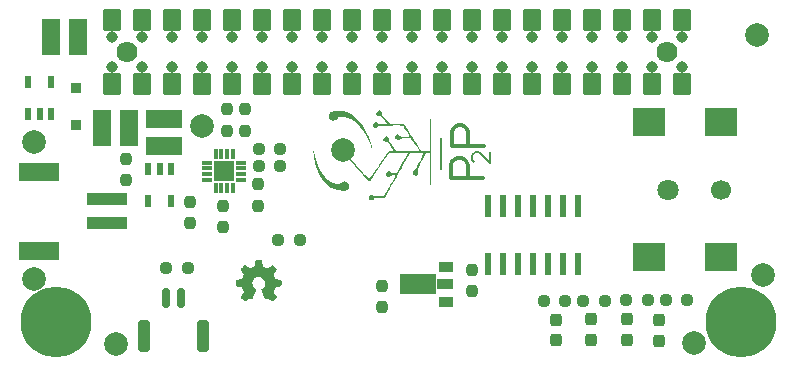
<source format=gbr>
%TF.GenerationSoftware,KiCad,Pcbnew,8.0.2*%
%TF.CreationDate,2024-05-13T09:46:36+08:00*%
%TF.ProjectId,Photon_Power_Zero_PCB_r1_01,50686f74-6f6e-45f5-906f-7765725f5a65,rev?*%
%TF.SameCoordinates,Original*%
%TF.FileFunction,Soldermask,Top*%
%TF.FilePolarity,Negative*%
%FSLAX46Y46*%
G04 Gerber Fmt 4.6, Leading zero omitted, Abs format (unit mm)*
G04 Created by KiCad (PCBNEW 8.0.2) date 2024-05-13 09:46:36*
%MOMM*%
%LPD*%
G01*
G04 APERTURE LIST*
G04 Aperture macros list*
%AMRoundRect*
0 Rectangle with rounded corners*
0 $1 Rounding radius*
0 $2 $3 $4 $5 $6 $7 $8 $9 X,Y pos of 4 corners*
0 Add a 4 corners polygon primitive as box body*
4,1,4,$2,$3,$4,$5,$6,$7,$8,$9,$2,$3,0*
0 Add four circle primitives for the rounded corners*
1,1,$1+$1,$2,$3*
1,1,$1+$1,$4,$5*
1,1,$1+$1,$6,$7*
1,1,$1+$1,$8,$9*
0 Add four rect primitives between the rounded corners*
20,1,$1+$1,$2,$3,$4,$5,0*
20,1,$1+$1,$4,$5,$6,$7,0*
20,1,$1+$1,$6,$7,$8,$9,0*
20,1,$1+$1,$8,$9,$2,$3,0*%
G04 Aperture macros list end*
%ADD10C,0.300000*%
%ADD11C,0.200000*%
%ADD12C,0.000000*%
%ADD13RoundRect,0.237500X0.237500X-0.250000X0.237500X0.250000X-0.237500X0.250000X-0.237500X-0.250000X0*%
%ADD14C,2.000000*%
%ADD15R,0.558800X1.981200*%
%ADD16RoundRect,0.237500X-0.237500X0.287500X-0.237500X-0.287500X0.237500X-0.287500X0.237500X0.287500X0*%
%ADD17RoundRect,0.237500X-0.250000X-0.237500X0.250000X-0.237500X0.250000X0.237500X-0.250000X0.237500X0*%
%ADD18R,0.550000X1.000000*%
%ADD19C,1.700000*%
%ADD20C,1.800000*%
%ADD21R,2.800000X2.400000*%
%ADD22C,6.000000*%
%ADD23C,0.970000*%
%ADD24C,1.780000*%
%ADD25RoundRect,0.102000X0.635000X0.840000X-0.635000X0.840000X-0.635000X-0.840000X0.635000X-0.840000X0*%
%ADD26R,1.520000X3.050000*%
%ADD27R,3.500000X1.000000*%
%ADD28R,3.400000X1.500000*%
%ADD29R,3.050000X1.520000*%
%ADD30RoundRect,0.237500X0.250000X0.237500X-0.250000X0.237500X-0.250000X-0.237500X0.250000X-0.237500X0*%
%ADD31R,0.950000X0.900000*%
%ADD32R,1.300000X0.900000*%
%ADD33R,1.475000X0.900000*%
%ADD34R,3.125000X1.733000*%
%ADD35RoundRect,0.007800X-0.122200X0.422200X-0.122200X-0.422200X0.122200X-0.422200X0.122200X0.422200X0*%
%ADD36RoundRect,0.007800X0.422200X0.122200X-0.422200X0.122200X-0.422200X-0.122200X0.422200X-0.122200X0*%
%ADD37R,1.680000X1.680000*%
%ADD38RoundRect,0.150000X-0.150000X-0.700000X0.150000X-0.700000X0.150000X0.700000X-0.150000X0.700000X0*%
%ADD39RoundRect,0.250000X-0.250000X-1.100000X0.250000X-1.100000X0.250000X1.100000X-0.250000X1.100000X0*%
G04 APERTURE END LIST*
D10*
X171073971Y-88038346D02*
X168373971Y-88038346D01*
X168373971Y-88038346D02*
X168373971Y-86895489D01*
X168373971Y-86895489D02*
X168502542Y-86609774D01*
X168502542Y-86609774D02*
X168631114Y-86466917D01*
X168631114Y-86466917D02*
X168888257Y-86324060D01*
X168888257Y-86324060D02*
X169273971Y-86324060D01*
X169273971Y-86324060D02*
X169531114Y-86466917D01*
X169531114Y-86466917D02*
X169659685Y-86609774D01*
X169659685Y-86609774D02*
X169788257Y-86895489D01*
X169788257Y-86895489D02*
X169788257Y-88038346D01*
X171013971Y-90788346D02*
X168313971Y-90788346D01*
X168313971Y-90788346D02*
X168313971Y-89645489D01*
X168313971Y-89645489D02*
X168442542Y-89359774D01*
X168442542Y-89359774D02*
X168571114Y-89216917D01*
X168571114Y-89216917D02*
X168828257Y-89074060D01*
X168828257Y-89074060D02*
X169213971Y-89074060D01*
X169213971Y-89074060D02*
X169471114Y-89216917D01*
X169471114Y-89216917D02*
X169599685Y-89359774D01*
X169599685Y-89359774D02*
X169728257Y-89645489D01*
X169728257Y-89645489D02*
X169728257Y-90788346D01*
D11*
X170278885Y-89442707D02*
X170207457Y-89371279D01*
X170207457Y-89371279D02*
X170136028Y-89228422D01*
X170136028Y-89228422D02*
X170136028Y-88871279D01*
X170136028Y-88871279D02*
X170207457Y-88728422D01*
X170207457Y-88728422D02*
X170278885Y-88656993D01*
X170278885Y-88656993D02*
X170421742Y-88585564D01*
X170421742Y-88585564D02*
X170564600Y-88585564D01*
X170564600Y-88585564D02*
X170778885Y-88656993D01*
X170778885Y-88656993D02*
X171636028Y-89514136D01*
X171636028Y-89514136D02*
X171636028Y-88585564D01*
D12*
%TO.C,G\u002A\u002A\u002A*%
G36*
X152121113Y-97735578D02*
G01*
X152181984Y-97735830D01*
X152227261Y-97736511D01*
X152259404Y-97737835D01*
X152280873Y-97740015D01*
X152294131Y-97743266D01*
X152301638Y-97747800D01*
X152305855Y-97753833D01*
X152307983Y-97758623D01*
X152312585Y-97775128D01*
X152320106Y-97808614D01*
X152329887Y-97855858D01*
X152341271Y-97913637D01*
X152353600Y-97978729D01*
X152359747Y-98012102D01*
X152372179Y-98078955D01*
X152383874Y-98139473D01*
X152394203Y-98190583D01*
X152402535Y-98229208D01*
X152408240Y-98252274D01*
X152409935Y-98257056D01*
X152421240Y-98264813D01*
X152447933Y-98278525D01*
X152486321Y-98296610D01*
X152532711Y-98317482D01*
X152583409Y-98339559D01*
X152634722Y-98361258D01*
X152682957Y-98380993D01*
X152724420Y-98397183D01*
X152755419Y-98408242D01*
X152772259Y-98412589D01*
X152772704Y-98412601D01*
X152784392Y-98407004D01*
X152810468Y-98391270D01*
X152848483Y-98366984D01*
X152895987Y-98335731D01*
X152950528Y-98299097D01*
X152994668Y-98268983D01*
X153052798Y-98229368D01*
X153105630Y-98193939D01*
X153150737Y-98164276D01*
X153185688Y-98141964D01*
X153208055Y-98128585D01*
X153215125Y-98125364D01*
X153226135Y-98132437D01*
X153248756Y-98152019D01*
X153280563Y-98181653D01*
X153319130Y-98218884D01*
X153362032Y-98261255D01*
X153406844Y-98306310D01*
X153451141Y-98351594D01*
X153492499Y-98394649D01*
X153528491Y-98433021D01*
X153556693Y-98464252D01*
X153574680Y-98485887D01*
X153580132Y-98495039D01*
X153575427Y-98508066D01*
X153561011Y-98533869D01*
X153536434Y-98573137D01*
X153501246Y-98626564D01*
X153454996Y-98694839D01*
X153397236Y-98778655D01*
X153368740Y-98819657D01*
X153342293Y-98858927D01*
X153320950Y-98893089D01*
X153307144Y-98918083D01*
X153303153Y-98929019D01*
X153307033Y-98942077D01*
X153317642Y-98970244D01*
X153333433Y-99009858D01*
X153352860Y-99057252D01*
X153374375Y-99108764D01*
X153396432Y-99160729D01*
X153417484Y-99209483D01*
X153435985Y-99251361D01*
X153450387Y-99282700D01*
X153459145Y-99299836D01*
X153460466Y-99301686D01*
X153471643Y-99305000D01*
X153500134Y-99311422D01*
X153543072Y-99320365D01*
X153597592Y-99331240D01*
X153660825Y-99343460D01*
X153703562Y-99351531D01*
X153771424Y-99364351D01*
X153832962Y-99376196D01*
X153885168Y-99386468D01*
X153925031Y-99394571D01*
X153949543Y-99399907D01*
X153955640Y-99401537D01*
X153960146Y-99406540D01*
X153963638Y-99419116D01*
X153966231Y-99441437D01*
X153968043Y-99475670D01*
X153969190Y-99523987D01*
X153969788Y-99588556D01*
X153969954Y-99668252D01*
X153969859Y-99748495D01*
X153969466Y-99810592D01*
X153968616Y-99856914D01*
X153967150Y-99889829D01*
X153964907Y-99911709D01*
X153961728Y-99924924D01*
X153957454Y-99931844D01*
X153952002Y-99934817D01*
X153934223Y-99938945D01*
X153901942Y-99945443D01*
X153860874Y-99953178D01*
X153841723Y-99956642D01*
X153733199Y-99976349D01*
X153644330Y-99993233D01*
X153574472Y-100007432D01*
X153522977Y-100019085D01*
X153489201Y-100028331D01*
X153472497Y-100035310D01*
X153471143Y-100036452D01*
X153464419Y-100048919D01*
X153451793Y-100076852D01*
X153434733Y-100116629D01*
X153414703Y-100164623D01*
X153393170Y-100217210D01*
X153371600Y-100270767D01*
X153351459Y-100321667D01*
X153334214Y-100366286D01*
X153321329Y-100401001D01*
X153314272Y-100422186D01*
X153313384Y-100426485D01*
X153319254Y-100438309D01*
X153336377Y-100465784D01*
X153364065Y-100507880D01*
X153401626Y-100563566D01*
X153448371Y-100631811D01*
X153503608Y-100711587D01*
X153525376Y-100742839D01*
X153549504Y-100779420D01*
X153568204Y-100811564D01*
X153578758Y-100834408D01*
X153580132Y-100840678D01*
X153572939Y-100853748D01*
X153552389Y-100879223D01*
X153520024Y-100915403D01*
X153477385Y-100960588D01*
X153426015Y-101013076D01*
X153401608Y-101037487D01*
X153345876Y-101092729D01*
X153302681Y-101134961D01*
X153270116Y-101165745D01*
X153246274Y-101186643D01*
X153229248Y-101199216D01*
X153217130Y-101205026D01*
X153208013Y-101205633D01*
X153199990Y-101202599D01*
X153199953Y-101202579D01*
X153184731Y-101193174D01*
X153155551Y-101174041D01*
X153115322Y-101147132D01*
X153066955Y-101114397D01*
X153013362Y-101077786D01*
X152999586Y-101068323D01*
X152946040Y-101031910D01*
X152897740Y-100999837D01*
X152857384Y-100973832D01*
X152827666Y-100955623D01*
X152811283Y-100946937D01*
X152809407Y-100946446D01*
X152795214Y-100950928D01*
X152767518Y-100962988D01*
X152730920Y-100980548D01*
X152706042Y-100993148D01*
X152666919Y-101012416D01*
X152634435Y-101026668D01*
X152612911Y-101034102D01*
X152606888Y-101034454D01*
X152600631Y-101023806D01*
X152587856Y-100996896D01*
X152569776Y-100956466D01*
X152547607Y-100905260D01*
X152522561Y-100846019D01*
X152507911Y-100810794D01*
X152475310Y-100731990D01*
X152439051Y-100644415D01*
X152402010Y-100555010D01*
X152367063Y-100470718D01*
X152337226Y-100398816D01*
X152312884Y-100339577D01*
X152291500Y-100286357D01*
X152274263Y-100242210D01*
X152262360Y-100210189D01*
X152256979Y-100193347D01*
X152256788Y-100191983D01*
X152264620Y-100180120D01*
X152285340Y-100160673D01*
X152314788Y-100137468D01*
X152320903Y-100133037D01*
X152410036Y-100059581D01*
X152479769Y-99980140D01*
X152530570Y-99893867D01*
X152562902Y-99799914D01*
X152577232Y-99697431D01*
X152578091Y-99664136D01*
X152569529Y-99563771D01*
X152543054Y-99471590D01*
X152497838Y-99385548D01*
X152433052Y-99303598D01*
X152431245Y-99301659D01*
X152354547Y-99233850D01*
X152269019Y-99183235D01*
X152177185Y-99149918D01*
X152081566Y-99134003D01*
X151984685Y-99135595D01*
X151889064Y-99154797D01*
X151797225Y-99191713D01*
X151711690Y-99246447D01*
X151682621Y-99270809D01*
X151611228Y-99347713D01*
X151558367Y-99433395D01*
X151524186Y-99527522D01*
X151508833Y-99629763D01*
X151507919Y-99663061D01*
X151515233Y-99765552D01*
X151537934Y-99857441D01*
X151577158Y-99940865D01*
X151634040Y-100017956D01*
X151709718Y-100090849D01*
X151754355Y-100125940D01*
X151786699Y-100151487D01*
X151811436Y-100174012D01*
X151824702Y-100189872D01*
X151825932Y-100193450D01*
X151822129Y-100206049D01*
X151811326Y-100235290D01*
X151794429Y-100278883D01*
X151772345Y-100334536D01*
X151745981Y-100399961D01*
X151716244Y-100472867D01*
X151691242Y-100533573D01*
X151657885Y-100614284D01*
X151625655Y-100692374D01*
X151595745Y-100764941D01*
X151569351Y-100829084D01*
X151547665Y-100881902D01*
X151531884Y-100920492D01*
X151525513Y-100936188D01*
X151506110Y-100983574D01*
X151490691Y-101013817D01*
X151475041Y-101028583D01*
X151454948Y-101029536D01*
X151426196Y-101018342D01*
X151384572Y-100996666D01*
X151379417Y-100993920D01*
X151339965Y-100973617D01*
X151306491Y-100957648D01*
X151283608Y-100948150D01*
X151276882Y-100946446D01*
X151264925Y-100952012D01*
X151238659Y-100967620D01*
X151200649Y-100991633D01*
X151153454Y-101022417D01*
X151099639Y-101058336D01*
X151067972Y-101079807D01*
X151011973Y-101117778D01*
X150961600Y-101151542D01*
X150919324Y-101179476D01*
X150887616Y-101199954D01*
X150868947Y-101211354D01*
X150865094Y-101213167D01*
X150856105Y-101206230D01*
X150834697Y-101186736D01*
X150802937Y-101156657D01*
X150762890Y-101117966D01*
X150716623Y-101072636D01*
X150680211Y-101036591D01*
X150627470Y-100983399D01*
X150581813Y-100935847D01*
X150544958Y-100895826D01*
X150518620Y-100865225D01*
X150504517Y-100845934D01*
X150502588Y-100841028D01*
X150508274Y-100825502D01*
X150523733Y-100797511D01*
X150546564Y-100761108D01*
X150572719Y-100722672D01*
X150621477Y-100652989D01*
X150665452Y-100588976D01*
X150703344Y-100532608D01*
X150733853Y-100485863D01*
X150755678Y-100450718D01*
X150767521Y-100429147D01*
X150769308Y-100423780D01*
X150765504Y-100409465D01*
X150755087Y-100379973D01*
X150739551Y-100338973D01*
X150720392Y-100290135D01*
X150699102Y-100237128D01*
X150677177Y-100183623D01*
X150656110Y-100133289D01*
X150637395Y-100089797D01*
X150622528Y-100056815D01*
X150613001Y-100038014D01*
X150611196Y-100035454D01*
X150597702Y-100029830D01*
X150567041Y-100021437D01*
X150522272Y-100010970D01*
X150466450Y-99999125D01*
X150402633Y-99986596D01*
X150368309Y-99980225D01*
X150301630Y-99967750D01*
X150241396Y-99955842D01*
X150190663Y-99945158D01*
X150152486Y-99936354D01*
X150129918Y-99930085D01*
X150125415Y-99928085D01*
X150121230Y-99919970D01*
X150118116Y-99901826D01*
X150115998Y-99871686D01*
X150114801Y-99827581D01*
X150114450Y-99767545D01*
X150114868Y-99689608D01*
X150115157Y-99660172D01*
X150117895Y-99402545D01*
X150205092Y-99385062D01*
X150247003Y-99376816D01*
X150302841Y-99366052D01*
X150366352Y-99353965D01*
X150431285Y-99341749D01*
X150454900Y-99337346D01*
X150510422Y-99326596D01*
X150558823Y-99316418D01*
X150596504Y-99307632D01*
X150619866Y-99301059D01*
X150625627Y-99298407D01*
X150633370Y-99284977D01*
X150647013Y-99256349D01*
X150664982Y-99216282D01*
X150685700Y-99168534D01*
X150707594Y-99116864D01*
X150729087Y-99065030D01*
X150748606Y-99016792D01*
X150764575Y-98975907D01*
X150775419Y-98946136D01*
X150779562Y-98931235D01*
X150779567Y-98931044D01*
X150773956Y-98917723D01*
X150758224Y-98890218D01*
X150734015Y-98851149D01*
X150702977Y-98803137D01*
X150666756Y-98748804D01*
X150644869Y-98716660D01*
X150606186Y-98659799D01*
X150571386Y-98607750D01*
X150542192Y-98563156D01*
X150520322Y-98528666D01*
X150507496Y-98506924D01*
X150504922Y-98501365D01*
X150507174Y-98491009D01*
X150518644Y-98473268D01*
X150540495Y-98446813D01*
X150573894Y-98410315D01*
X150620005Y-98362445D01*
X150677979Y-98303889D01*
X150727784Y-98254523D01*
X150773267Y-98210391D01*
X150812303Y-98173476D01*
X150842771Y-98145762D01*
X150862550Y-98129231D01*
X150869053Y-98125364D01*
X150880760Y-98130978D01*
X150906787Y-98146744D01*
X150944649Y-98171046D01*
X150991858Y-98202271D01*
X151045928Y-98238802D01*
X151084591Y-98265331D01*
X151142122Y-98304771D01*
X151194665Y-98340275D01*
X151239675Y-98370167D01*
X151274610Y-98392768D01*
X151296925Y-98406402D01*
X151303476Y-98409666D01*
X151317521Y-98407269D01*
X151346629Y-98398224D01*
X151387027Y-98384018D01*
X151434944Y-98366140D01*
X151486609Y-98346078D01*
X151538251Y-98325323D01*
X151586096Y-98305362D01*
X151626375Y-98287684D01*
X151655315Y-98273778D01*
X151668841Y-98265445D01*
X151674031Y-98252428D01*
X151682180Y-98222107D01*
X151692634Y-98177373D01*
X151704741Y-98121118D01*
X151717848Y-98056235D01*
X151727937Y-98003669D01*
X151741088Y-97934435D01*
X151753270Y-97871827D01*
X151763906Y-97818694D01*
X151772418Y-97777881D01*
X151778230Y-97752236D01*
X151780484Y-97744642D01*
X151791873Y-97742147D01*
X151820949Y-97739913D01*
X151864881Y-97738039D01*
X151920840Y-97736623D01*
X151985996Y-97735763D01*
X152042185Y-97735542D01*
X152121113Y-97735578D01*
G37*
G36*
X161705852Y-88411960D02*
G01*
X161687812Y-88430000D01*
X161669772Y-88411960D01*
X161687812Y-88393920D01*
X161705852Y-88411960D01*
G37*
G36*
X167496981Y-87313806D02*
G01*
X167511940Y-87325228D01*
X167523879Y-87352711D01*
X167533223Y-87403162D01*
X167540397Y-87483493D01*
X167545823Y-87600612D01*
X167549928Y-87761429D01*
X167553134Y-87972854D01*
X167555867Y-88241796D01*
X167558550Y-88575165D01*
X167558885Y-88619418D01*
X167560853Y-88922735D01*
X167562062Y-89205635D01*
X167562524Y-89459419D01*
X167562249Y-89675386D01*
X167561247Y-89844838D01*
X167559529Y-89959074D01*
X167557249Y-90008480D01*
X167521926Y-90076113D01*
X167478579Y-90089659D01*
X167418226Y-90058565D01*
X167399910Y-90008480D01*
X167397521Y-89954572D01*
X167395840Y-89837208D01*
X167394876Y-89665086D01*
X167394640Y-89446908D01*
X167395141Y-89191373D01*
X167396390Y-88907179D01*
X167398273Y-88619418D01*
X167400978Y-88277928D01*
X167403683Y-88001687D01*
X167406811Y-87783785D01*
X167410786Y-87617311D01*
X167416033Y-87495358D01*
X167422977Y-87411014D01*
X167432040Y-87357372D01*
X167443649Y-87327520D01*
X167458226Y-87314550D01*
X167476197Y-87311552D01*
X167478579Y-87311534D01*
X167496981Y-87313806D01*
G37*
G36*
X156604149Y-87690369D02*
G01*
X156674774Y-88333000D01*
X156791390Y-88920846D01*
X156954329Y-89454998D01*
X157163922Y-89936549D01*
X157416126Y-90360256D01*
X157537588Y-90531797D01*
X157638530Y-90660536D01*
X157735790Y-90765407D01*
X157846204Y-90865345D01*
X157917618Y-90924246D01*
X158154240Y-91087030D01*
X158398529Y-91203607D01*
X158632251Y-91265636D01*
X158674793Y-91270642D01*
X158794538Y-91278040D01*
X158871243Y-91267221D01*
X158933371Y-91229673D01*
X158989972Y-91176409D01*
X159073070Y-91105391D01*
X159156601Y-91072290D01*
X159275123Y-91063822D01*
X159282972Y-91063807D01*
X159405232Y-91071582D01*
X159489982Y-91103268D01*
X159570061Y-91170499D01*
X159668214Y-91313680D01*
X159697015Y-91476547D01*
X159680315Y-91584590D01*
X159608650Y-91729491D01*
X159491337Y-91825669D01*
X159340606Y-91867502D01*
X159168683Y-91849366D01*
X159130784Y-91837324D01*
X159008022Y-91804528D01*
X158855797Y-91778160D01*
X158765369Y-91768565D01*
X158467774Y-91717959D01*
X158192888Y-91608707D01*
X157931802Y-91436215D01*
X157695008Y-91216534D01*
X157406884Y-90862233D01*
X157160171Y-90452357D01*
X156956443Y-89991497D01*
X156797275Y-89484245D01*
X156684240Y-88935191D01*
X156618912Y-88348926D01*
X156604429Y-88035399D01*
X156600727Y-87867160D01*
X156599043Y-87744261D01*
X156599381Y-87674144D01*
X156601748Y-87664247D01*
X156604149Y-87690369D01*
G37*
G36*
X158787362Y-85123139D02*
G01*
X158819488Y-85123514D01*
X159040930Y-85126663D01*
X159204702Y-85131305D01*
X159325292Y-85139490D01*
X159417187Y-85153272D01*
X159494874Y-85174703D01*
X159572841Y-85205834D01*
X159649318Y-85241063D01*
X159986021Y-85437664D01*
X160305912Y-85700771D01*
X160606000Y-86026064D01*
X160883294Y-86409225D01*
X161134803Y-86845936D01*
X161357535Y-87331878D01*
X161548501Y-87862734D01*
X161611952Y-88074757D01*
X161648338Y-88206515D01*
X161665155Y-88281455D01*
X161663569Y-88311873D01*
X161644750Y-88310069D01*
X161633693Y-88303722D01*
X161605509Y-88253863D01*
X161597613Y-88195483D01*
X161583994Y-88119932D01*
X161561534Y-88087244D01*
X161528403Y-88035070D01*
X161525454Y-88012563D01*
X161508328Y-87939814D01*
X161461081Y-87817370D01*
X161389906Y-87657891D01*
X161300999Y-87474035D01*
X161200554Y-87278464D01*
X161094767Y-87083835D01*
X160989832Y-86902808D01*
X160952892Y-86842500D01*
X160814954Y-86647749D01*
X160634583Y-86433200D01*
X160429126Y-86219468D01*
X160426024Y-86216453D01*
X160143117Y-85968216D01*
X159868443Y-85784741D01*
X159591002Y-85661241D01*
X159299791Y-85592930D01*
X158983812Y-85575019D01*
X158953570Y-85575722D01*
X158853184Y-85589952D01*
X158787324Y-85638741D01*
X158745912Y-85700294D01*
X158640715Y-85823015D01*
X158498863Y-85889023D01*
X158353622Y-85904432D01*
X158201531Y-85872552D01*
X158080824Y-85786850D01*
X158000898Y-85662231D01*
X157971151Y-85513601D01*
X158000979Y-85355865D01*
X158003649Y-85349324D01*
X158041846Y-85268968D01*
X158086832Y-85209552D01*
X158149285Y-85168122D01*
X158239886Y-85141721D01*
X158369313Y-85127394D01*
X158548245Y-85122186D01*
X158787362Y-85123139D01*
G37*
G36*
X162281563Y-85020818D02*
G01*
X162400342Y-85074762D01*
X162461811Y-85169017D01*
X162473806Y-85281495D01*
X162478080Y-85354480D01*
X162501787Y-85423674D01*
X162554072Y-85505464D01*
X162644082Y-85616237D01*
X162690583Y-85669915D01*
X162808934Y-85802567D01*
X162929192Y-85932911D01*
X163030178Y-86038110D01*
X163053707Y-86061505D01*
X163196005Y-86200539D01*
X163754893Y-86187784D01*
X164313781Y-86175028D01*
X164378441Y-86265227D01*
X164417774Y-86322597D01*
X164487408Y-86426502D01*
X164578186Y-86563063D01*
X164680949Y-86718399D01*
X164786541Y-86878631D01*
X164885804Y-87029879D01*
X164969581Y-87158263D01*
X165028714Y-87249903D01*
X165042899Y-87272334D01*
X165072807Y-87320208D01*
X165134180Y-87418458D01*
X165220255Y-87556256D01*
X165324269Y-87722777D01*
X165433609Y-87897827D01*
X165547963Y-88077619D01*
X165651608Y-88234417D01*
X165737814Y-88358528D01*
X165799852Y-88440258D01*
X165830795Y-88469902D01*
X165884203Y-88473036D01*
X165990363Y-88478111D01*
X166129927Y-88484220D01*
X166188735Y-88486667D01*
X166504431Y-88499609D01*
X166504431Y-87147901D01*
X166504531Y-86800267D01*
X166505071Y-86517990D01*
X166506412Y-86294268D01*
X166508915Y-86122299D01*
X166512941Y-85995280D01*
X166518850Y-85906410D01*
X166527003Y-85848886D01*
X166537762Y-85815907D01*
X166551487Y-85800670D01*
X166568538Y-85796372D01*
X166576138Y-85796193D01*
X166589571Y-85797447D01*
X166601234Y-85804421D01*
X166611271Y-85821932D01*
X166619827Y-85854798D01*
X166627049Y-85907836D01*
X166633080Y-85985863D01*
X166638065Y-86093698D01*
X166642151Y-86236157D01*
X166645481Y-86418059D01*
X166648200Y-86644220D01*
X166650455Y-86919458D01*
X166652389Y-87248591D01*
X166654147Y-87636436D01*
X166655876Y-88087811D01*
X166657317Y-88493139D01*
X166658695Y-88929658D01*
X166659711Y-89346408D01*
X166660367Y-89737574D01*
X166660669Y-90097344D01*
X166660622Y-90419905D01*
X166660228Y-90699442D01*
X166659493Y-90930144D01*
X166658421Y-91106196D01*
X166657016Y-91221786D01*
X166655283Y-91271100D01*
X166655260Y-91271264D01*
X166619521Y-91339132D01*
X166574081Y-91352443D01*
X166516686Y-91326979D01*
X166503563Y-91271264D01*
X166503408Y-91217102D01*
X166503357Y-91099624D01*
X166503405Y-90927672D01*
X166503547Y-90710088D01*
X166503776Y-90455716D01*
X166504088Y-90173397D01*
X166504413Y-89918281D01*
X166506131Y-88646477D01*
X166363540Y-88646477D01*
X166259531Y-88658172D01*
X166183030Y-88687090D01*
X166173273Y-88695064D01*
X166143567Y-88740978D01*
X166087873Y-88841430D01*
X166011652Y-88986011D01*
X165920364Y-89164312D01*
X165819470Y-89365926D01*
X165789977Y-89425675D01*
X165678699Y-89652291D01*
X165595975Y-89823678D01*
X165538474Y-89949342D01*
X165502865Y-90038787D01*
X165485821Y-90101518D01*
X165484009Y-90147040D01*
X165494102Y-90184859D01*
X165511218Y-90221378D01*
X165543893Y-90347076D01*
X165518905Y-90453297D01*
X165450087Y-90530309D01*
X165351273Y-90568381D01*
X165236298Y-90557782D01*
X165124389Y-90493498D01*
X165074421Y-90410182D01*
X165070345Y-90305164D01*
X165104530Y-90201422D01*
X165169344Y-90121930D01*
X165257156Y-90089666D01*
X165258521Y-90089659D01*
X165293032Y-90057359D01*
X165353588Y-89963639D01*
X165437500Y-89813271D01*
X165542079Y-89611027D01*
X165639748Y-89413168D01*
X165738345Y-89209110D01*
X165825734Y-89026579D01*
X165897137Y-88875696D01*
X165947772Y-88766586D01*
X165972857Y-88709370D01*
X165974650Y-88704038D01*
X165942958Y-88691952D01*
X165851146Y-88679819D01*
X165711245Y-88668686D01*
X165535284Y-88659600D01*
X165417874Y-88655579D01*
X164854470Y-88639759D01*
X164783539Y-88742337D01*
X164742792Y-88807644D01*
X164674716Y-88923799D01*
X164585332Y-89079946D01*
X164480661Y-89265225D01*
X164366723Y-89468779D01*
X164249540Y-89679750D01*
X164135132Y-89887279D01*
X164029519Y-90080509D01*
X163938724Y-90248582D01*
X163868765Y-90380639D01*
X163825665Y-90465824D01*
X163816505Y-90486305D01*
X163785950Y-90550550D01*
X163727039Y-90663064D01*
X163647436Y-90809591D01*
X163554806Y-90975873D01*
X163524951Y-91028659D01*
X163407710Y-91235515D01*
X163271161Y-91476934D01*
X163131325Y-91724561D01*
X163004225Y-91950044D01*
X162990281Y-91974815D01*
X162711086Y-92470909D01*
X162282674Y-92470909D01*
X162096991Y-92472165D01*
X161970170Y-92477168D01*
X161888939Y-92487772D01*
X161840023Y-92505833D01*
X161810152Y-92533203D01*
X161807116Y-92537342D01*
X161736268Y-92608487D01*
X161681406Y-92645452D01*
X161573039Y-92667244D01*
X161467163Y-92632544D01*
X161384505Y-92554675D01*
X161345792Y-92446962D01*
X161345056Y-92429238D01*
X161374671Y-92314147D01*
X161450498Y-92230972D01*
X161553014Y-92187867D01*
X161662695Y-92192988D01*
X161760017Y-92254489D01*
X161760956Y-92255520D01*
X161795883Y-92287283D01*
X161841379Y-92307692D01*
X161911895Y-92318657D01*
X162021880Y-92322088D01*
X162185787Y-92319898D01*
X162238392Y-92318659D01*
X162649541Y-92308551D01*
X163133805Y-91447800D01*
X163260945Y-91220681D01*
X163375603Y-91013684D01*
X163473208Y-90835237D01*
X163549190Y-90693768D01*
X163598979Y-90597702D01*
X163618004Y-90555467D01*
X163618068Y-90554831D01*
X163585997Y-90534869D01*
X163505648Y-90523566D01*
X163469938Y-90522614D01*
X163321149Y-90547453D01*
X163214613Y-90612812D01*
X163098424Y-90686423D01*
X162996280Y-90692969D01*
X162895746Y-90632511D01*
X162876797Y-90614452D01*
X162802653Y-90506631D01*
X162800430Y-90400835D01*
X162870130Y-90293250D01*
X162876797Y-90286457D01*
X162984309Y-90212389D01*
X163089841Y-90210094D01*
X163197727Y-90279591D01*
X163206433Y-90288097D01*
X163273824Y-90342308D01*
X163353144Y-90369512D01*
X163471507Y-90377953D01*
X163502449Y-90378116D01*
X163708267Y-90377936D01*
X164086160Y-89701624D01*
X164205475Y-89487836D01*
X164319548Y-89282982D01*
X164421259Y-89099881D01*
X164503490Y-88951352D01*
X164559123Y-88850213D01*
X164566923Y-88835895D01*
X164669794Y-88646477D01*
X163879482Y-88646477D01*
X163089170Y-88646477D01*
X162298292Y-89786804D01*
X162120619Y-90043537D01*
X161955160Y-90283687D01*
X161806626Y-90500335D01*
X161679729Y-90686564D01*
X161579178Y-90835456D01*
X161509687Y-90940092D01*
X161475966Y-90993555D01*
X161474190Y-90996927D01*
X161429423Y-91048600D01*
X161395886Y-91056245D01*
X161362492Y-91027780D01*
X161286843Y-90951211D01*
X161174468Y-90832505D01*
X161030893Y-90677632D01*
X160861645Y-90492559D01*
X160672252Y-90283256D01*
X160468240Y-90055691D01*
X160439881Y-90023897D01*
X160201346Y-89757042D01*
X160005606Y-89539992D01*
X159848092Y-89368115D01*
X159724232Y-89236778D01*
X159629457Y-89141349D01*
X159559195Y-89077197D01*
X159508876Y-89039688D01*
X159473930Y-89024192D01*
X159453839Y-89024570D01*
X159203181Y-89073687D01*
X158986040Y-89059857D01*
X158800091Y-88982763D01*
X158723144Y-88924878D01*
X158587206Y-88764608D01*
X158511965Y-88586059D01*
X158493140Y-88400861D01*
X158526451Y-88220642D01*
X158607620Y-88057035D01*
X158732366Y-87921669D01*
X158896411Y-87826174D01*
X159095475Y-87782181D01*
X159144204Y-87780568D01*
X159353059Y-87811886D01*
X159532670Y-87907905D01*
X159639082Y-88008940D01*
X159739708Y-88172785D01*
X159788225Y-88362702D01*
X159783413Y-88557716D01*
X159724055Y-88736854D01*
X159684979Y-88799078D01*
X159636269Y-88874157D01*
X159631383Y-88922820D01*
X159659416Y-88964917D01*
X159858637Y-89193041D01*
X160066248Y-89428049D01*
X160276549Y-89663732D01*
X160483843Y-89893882D01*
X160682430Y-90112291D01*
X160866613Y-90312753D01*
X161030693Y-90489057D01*
X161168971Y-90634998D01*
X161275748Y-90744367D01*
X161345328Y-90810956D01*
X161370815Y-90829290D01*
X161402636Y-90800574D01*
X161470477Y-90718676D01*
X161569617Y-90589970D01*
X161695332Y-90420829D01*
X161842900Y-90217627D01*
X162007598Y-89986738D01*
X162184703Y-89734535D01*
X162226306Y-89674744D01*
X163028280Y-88520199D01*
X163269055Y-88509530D01*
X163390256Y-88501941D01*
X163476743Y-88492289D01*
X163509829Y-88482663D01*
X163509829Y-88482643D01*
X163489941Y-88448911D01*
X163435610Y-88368417D01*
X163354840Y-88252758D01*
X163255633Y-88113527D01*
X163242291Y-88094984D01*
X163128845Y-87939586D01*
X163045230Y-87832997D01*
X162980354Y-87764596D01*
X162923127Y-87723759D01*
X162862459Y-87699862D01*
X162818357Y-87688917D01*
X162682545Y-87634040D01*
X162604641Y-87547180D01*
X162589808Y-87436699D01*
X162614892Y-87359298D01*
X162693877Y-87259600D01*
X162793090Y-87217357D01*
X162895986Y-87227936D01*
X162986021Y-87286704D01*
X163046651Y-87389030D01*
X163062752Y-87484696D01*
X163070543Y-87553204D01*
X163094519Y-87626729D01*
X163141177Y-87717351D01*
X163217012Y-87837151D01*
X163328523Y-87998209D01*
X163371067Y-88058005D01*
X163675464Y-88484119D01*
X164656993Y-88493719D01*
X164914659Y-88495657D01*
X165147032Y-88496286D01*
X165344851Y-88495673D01*
X165498857Y-88493882D01*
X165599790Y-88490981D01*
X165638391Y-88487033D01*
X165638522Y-88486763D01*
X165619709Y-88447572D01*
X165568534Y-88360694D01*
X165492895Y-88238322D01*
X165400691Y-88092654D01*
X165299818Y-87935885D01*
X165198174Y-87780210D01*
X165103658Y-87637825D01*
X165024167Y-87520927D01*
X164967600Y-87441710D01*
X164943092Y-87412879D01*
X164890365Y-87401222D01*
X164782679Y-87391817D01*
X164637224Y-87385816D01*
X164515902Y-87384246D01*
X164336992Y-87385897D01*
X164214237Y-87393027D01*
X164131700Y-87407977D01*
X164073446Y-87433090D01*
X164044021Y-87453616D01*
X163909581Y-87533214D01*
X163790210Y-87545143D01*
X163679645Y-87491353D01*
X163597997Y-87390350D01*
X163583902Y-87278828D01*
X163637361Y-87171631D01*
X163679645Y-87131716D01*
X163797586Y-87076492D01*
X163915436Y-87091988D01*
X164026113Y-87177105D01*
X164034338Y-87186760D01*
X164076230Y-87230277D01*
X164125204Y-87256445D01*
X164199395Y-87269391D01*
X164316941Y-87273239D01*
X164413173Y-87272919D01*
X164587542Y-87271062D01*
X164706919Y-87262805D01*
X164774206Y-87239062D01*
X164792306Y-87190747D01*
X164764119Y-87108774D01*
X164692548Y-86984057D01*
X164580495Y-86807511D01*
X164568042Y-86788014D01*
X164466663Y-86631142D01*
X164377322Y-86496538D01*
X164307895Y-86395795D01*
X164266256Y-86340509D01*
X164259723Y-86334055D01*
X164216530Y-86329044D01*
X164110768Y-86325615D01*
X163952011Y-86323814D01*
X163749831Y-86323689D01*
X163513803Y-86325285D01*
X163253500Y-86328649D01*
X163228268Y-86329055D01*
X162933508Y-86334069D01*
X162702248Y-86338834D01*
X162525835Y-86344121D01*
X162395618Y-86350704D01*
X162302942Y-86359354D01*
X162239158Y-86370845D01*
X162195611Y-86385948D01*
X162163650Y-86405436D01*
X162138806Y-86426316D01*
X162056654Y-86489863D01*
X161985322Y-86529467D01*
X161985041Y-86529567D01*
X161885210Y-86531030D01*
X161789739Y-86480338D01*
X161717135Y-86396008D01*
X161685902Y-86296557D01*
X161694264Y-86238595D01*
X161767037Y-86119353D01*
X161870747Y-86057887D01*
X161989724Y-86058251D01*
X162108301Y-86124500D01*
X162114278Y-86129929D01*
X162159794Y-86166859D01*
X162210889Y-86189766D01*
X162284098Y-86201197D01*
X162395956Y-86203700D01*
X162562999Y-86199821D01*
X162567131Y-86199692D01*
X162719638Y-86192138D01*
X162840935Y-86180823D01*
X162915845Y-86167482D01*
X162932556Y-86157895D01*
X162909957Y-86120441D01*
X162848478Y-86041177D01*
X162757600Y-85931851D01*
X162650610Y-85808516D01*
X162523025Y-85667508D01*
X162430378Y-85574726D01*
X162362705Y-85521908D01*
X162310044Y-85500794D01*
X162278759Y-85500204D01*
X162168342Y-85481763D01*
X162069674Y-85414063D01*
X162006094Y-85317235D01*
X161994488Y-85255000D01*
X162025704Y-85148230D01*
X162104387Y-85063388D01*
X162208087Y-85018786D01*
X162281563Y-85020818D01*
G37*
%TD*%
D13*
%TO.C,R1*%
X140770000Y-90952500D03*
X140770000Y-89127500D03*
%TD*%
D14*
%TO.C,FID1*%
X133040000Y-99330000D03*
%TD*%
D15*
%TO.C,U1*%
X171475000Y-93140000D03*
X172745000Y-93140000D03*
X174015000Y-93140000D03*
X175285000Y-93140000D03*
X176555000Y-93140000D03*
X177825000Y-93140000D03*
X179095000Y-93140000D03*
X179095000Y-98067600D03*
X177825000Y-98067600D03*
X172745000Y-98067600D03*
X174015000Y-98067600D03*
X176555000Y-98067600D03*
X175285000Y-98067600D03*
X171475000Y-98067600D03*
%TD*%
D16*
%TO.C,D1*%
X185910000Y-102780000D03*
X185910000Y-104530000D03*
%TD*%
D14*
%TO.C,FID4*%
X194240000Y-78630000D03*
%TD*%
D13*
%TO.C,C1*%
X149040000Y-94932500D03*
X149040000Y-93107500D03*
%TD*%
D17*
%TO.C,R4*%
X152037500Y-88280000D03*
X153862500Y-88280000D03*
%TD*%
D13*
%TO.C,R1*%
X149340000Y-86752500D03*
X149340000Y-84927500D03*
%TD*%
D18*
%TO.C,U4*%
X142700000Y-92740000D03*
X142700000Y-90040000D03*
X143650000Y-90040000D03*
X144600000Y-92740000D03*
X144600000Y-90040000D03*
%TD*%
D19*
%TO.C,J3*%
X191200000Y-91770000D03*
D20*
X186700000Y-91770000D03*
D21*
X185100000Y-97470000D03*
X191200000Y-97470000D03*
X191200000Y-86070000D03*
X185100000Y-86070000D03*
%TD*%
D14*
%TO.C,FID3*%
X139920000Y-104810000D03*
%TD*%
D13*
%TO.C,R1*%
X150850000Y-86752500D03*
X150850000Y-84927500D03*
%TD*%
D22*
%TO.C,REF\u002A\u002A*%
X134910000Y-102950000D03*
X192910000Y-102950000D03*
D23*
X139610000Y-81390000D03*
X142150000Y-81390000D03*
X144690000Y-81390000D03*
X147230000Y-81390000D03*
X149770000Y-81390000D03*
X152310000Y-81390000D03*
X154850000Y-81390000D03*
X157390000Y-81390000D03*
X159930000Y-81390000D03*
X162470000Y-81390000D03*
X165010000Y-81390000D03*
X167550000Y-81390000D03*
X170090000Y-81390000D03*
X172630000Y-81390000D03*
X175170000Y-81390000D03*
X177710000Y-81390000D03*
X180250000Y-81390000D03*
X182790000Y-81390000D03*
X185330000Y-81390000D03*
X187870000Y-81390000D03*
D24*
X140880000Y-80120000D03*
X186600000Y-80120000D03*
D23*
X139610000Y-78850000D03*
X142150000Y-78850000D03*
X144690000Y-78850000D03*
X147230000Y-78850000D03*
X149770000Y-78850000D03*
X152310000Y-78850000D03*
X154850000Y-78850000D03*
X157390000Y-78850000D03*
X159930000Y-78850000D03*
X162470000Y-78850000D03*
X165010000Y-78850000D03*
X167550000Y-78850000D03*
X170090000Y-78850000D03*
X172630000Y-78850000D03*
X175170000Y-78850000D03*
X177710000Y-78850000D03*
X180250000Y-78850000D03*
X182790000Y-78850000D03*
X185330000Y-78850000D03*
X187870000Y-78850000D03*
D25*
X139610000Y-77400000D03*
X139610000Y-82840000D03*
X142150000Y-77400000D03*
X142150000Y-82840000D03*
X144690000Y-82840000D03*
X147230000Y-77400000D03*
X147230000Y-82840000D03*
X149770000Y-77400000D03*
X152310000Y-77400000D03*
X152310000Y-82840000D03*
X154850000Y-82840000D03*
X157390000Y-77400000D03*
X157390000Y-82840000D03*
X159930000Y-77400000D03*
X159930000Y-82840000D03*
X162470000Y-82840000D03*
X165010000Y-77400000D03*
X165010000Y-82840000D03*
X167550000Y-77400000D03*
X167550000Y-82840000D03*
X170090000Y-77400000D03*
X172630000Y-77400000D03*
X172630000Y-82840000D03*
X175170000Y-82840000D03*
X177710000Y-77400000D03*
X177710000Y-82840000D03*
X180250000Y-82840000D03*
X182790000Y-77400000D03*
X182790000Y-82840000D03*
X185330000Y-77400000D03*
X185330000Y-82840000D03*
X187870000Y-77400000D03*
X149770000Y-82840000D03*
X170090000Y-82840000D03*
X187870000Y-82840000D03*
X144690000Y-77400000D03*
X154850000Y-77400000D03*
X162470000Y-77400000D03*
X175170000Y-77400000D03*
X180250000Y-77400000D03*
%TD*%
D13*
%TO.C,C1*%
X146240000Y-94612500D03*
X146240000Y-92787500D03*
%TD*%
D26*
%TO.C,L1*%
X141070000Y-86520000D03*
X138780000Y-86520000D03*
%TD*%
D14*
%TO.C,FID2*%
X133040000Y-87720000D03*
%TD*%
D27*
%TO.C,J1*%
X139190000Y-92590000D03*
X139190000Y-94590000D03*
D28*
X133440000Y-90240000D03*
X133440000Y-96940000D03*
%TD*%
D14*
%TO.C,FID7*%
X147200000Y-86360000D03*
%TD*%
D16*
%TO.C,D1*%
X177190000Y-102762500D03*
X177190000Y-104512500D03*
%TD*%
D29*
%TO.C,C3*%
X143980000Y-88060000D03*
X143980000Y-85770000D03*
%TD*%
D14*
%TO.C,FID5*%
X194760000Y-98950000D03*
%TD*%
D26*
%TO.C,C3*%
X136770000Y-78820000D03*
X134480000Y-78820000D03*
%TD*%
D30*
%TO.C,R4*%
X155525000Y-95980000D03*
X153700000Y-95980000D03*
%TD*%
D16*
%TO.C,D1*%
X183180000Y-102750000D03*
X183180000Y-104500000D03*
%TD*%
D31*
%TO.C,D2*%
X136550000Y-86260000D03*
X136550000Y-83110000D03*
%TD*%
D13*
%TO.C,C1*%
X170070000Y-100352500D03*
X170070000Y-98527500D03*
%TD*%
D32*
%TO.C,U2*%
X167887500Y-101270000D03*
D33*
X167800000Y-99770000D03*
D34*
X165500000Y-99770000D03*
D32*
X167887500Y-98270000D03*
%TD*%
D13*
%TO.C,C1*%
X162440000Y-101712500D03*
X162440000Y-99887500D03*
%TD*%
D17*
%TO.C,R2*%
X176175000Y-101170000D03*
X178000000Y-101170000D03*
%TD*%
%TO.C,R2*%
X183170000Y-101140000D03*
X184995000Y-101140000D03*
%TD*%
D30*
%TO.C,R2*%
X188325000Y-101140000D03*
X186500000Y-101140000D03*
%TD*%
D13*
%TO.C,C1*%
X152020000Y-93132500D03*
X152020000Y-91307500D03*
%TD*%
D35*
%TO.C,U3*%
X149385000Y-88775000D03*
X148885000Y-88775000D03*
X148385000Y-88775000D03*
X148385000Y-91645000D03*
D36*
X147700000Y-89960000D03*
X147700000Y-89460000D03*
X147700000Y-90960000D03*
D35*
X149885000Y-91645000D03*
D36*
X150570000Y-90960000D03*
X150570000Y-89460000D03*
D35*
X149385000Y-91645000D03*
X148885000Y-91645000D03*
D36*
X147700000Y-90460000D03*
X150570000Y-89960000D03*
X150570000Y-90460000D03*
D35*
X149885000Y-88775000D03*
D37*
X149135000Y-90210000D03*
%TD*%
D14*
%TO.C,FID6*%
X188910000Y-104740000D03*
%TD*%
D17*
%TO.C,R1*%
X152040000Y-89790000D03*
X153865000Y-89790000D03*
%TD*%
D16*
%TO.C,D1*%
X180140000Y-102727500D03*
X180140000Y-104477500D03*
%TD*%
D18*
%TO.C,U5*%
X133490000Y-85310000D03*
X132540000Y-82610000D03*
X134440000Y-85310000D03*
X132540000Y-85310000D03*
X134440000Y-82610000D03*
%TD*%
D14*
%TO.C,FID7*%
X159160000Y-88430000D03*
%TD*%
D30*
%TO.C,R1*%
X146042500Y-98360000D03*
X144217500Y-98360000D03*
%TD*%
D17*
%TO.C,R2*%
X179525000Y-101150000D03*
X181350000Y-101150000D03*
%TD*%
D38*
%TO.C,J2*%
X144189000Y-100944000D03*
X145439000Y-100944000D03*
D39*
X142339000Y-104144000D03*
X147289000Y-104144000D03*
%TD*%
M02*

</source>
